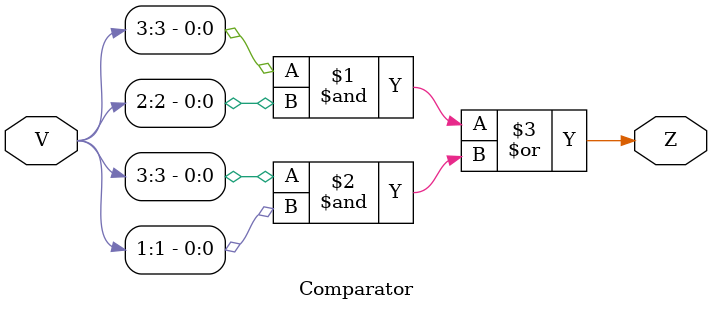
<source format=v>
module Comparator(V,Z);
	input [3:0] V;
	output Z;
	
	/*
		9를 기준으로 비교
		if, V = 1010(10)이라면  Z = (1 & 0) | (1 & 1) = 1
		    V = 1001(9)이라면 Z = (1 & 0) | (1 & 0) = 0	

	*/

	assign Z = (V[3]&V[2]) | (V[3]&V[1]);

endmodule
</source>
